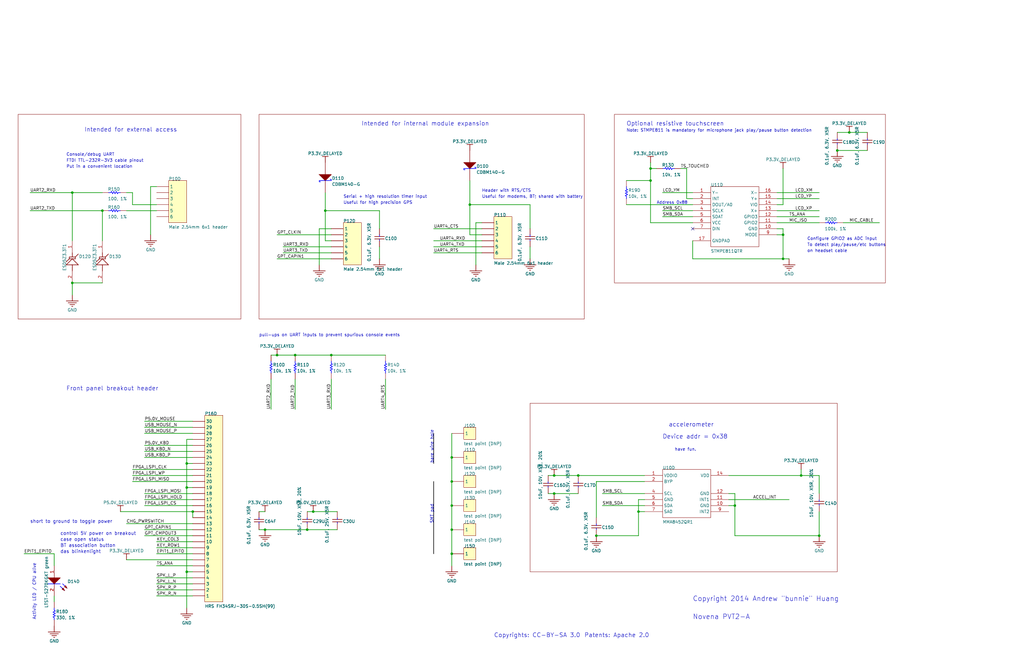
<source format=kicad_sch>
(kicad_sch (version 20230121) (generator eeschema)
  (paper "B")
  (lib_symbols
    (symbol "novena_pvt2_KiCAD-altium-import:16gpio_misc_0_CON1"
      (symbol "16gpio_misc_0_CON1_1_0"
        (pin passive line (at -5.08 -2.54 0) (length 5.08) (name "1") (number "1"))
      )
    )
    (symbol "novena_pvt2_KiCAD-altium-import:16gpio_misc_0_Header 6"
      (symbol "16gpio_misc_0_Header 6_1_0"
        (pin passive line (at -5.08 -2.54 0) (length 5.08) (name "1") (number "1"))
        (pin passive line (at -5.08 -5.08 0) (length 5.08) (name "2") (number "2"))
        (pin passive line (at -5.08 -7.62 0) (length 5.08) (name "3") (number "3"))
        (pin passive line (at -5.08 -10.16 0) (length 5.08) (name "4") (number "4"))
        (pin passive line (at -5.08 -12.7 0) (length 5.08) (name "5") (number "5"))
        (pin passive line (at -5.08 -15.24 0) (length 5.08) (name "6") (number "6"))
      )
    )
    (symbol "novena_pvt2_KiCAD-altium-import:16gpio_misc_0_MMA8452QR1"
      (symbol "16gpio_misc_0_MMA8452QR1_1_0"
        (pin power_in line (at -7.62 0 0) (length 7.62) (name "VDDIO") (number "1"))
        (pin power_in line (at 27.94 -12.7 180) (length 7.62) (name "GND") (number "10"))
        (pin output line (at 27.94 -10.16 180) (length 7.62) (name "INT1") (number "11"))
        (pin power_in line (at 27.94 -7.62 180) (length 7.62) (name "GND") (number "12"))
        (pin power_in line (at 27.94 0 180) (length 7.62) (name "VDD") (number "14"))
        (pin passive line (at -7.62 -2.54 0) (length 7.62) (name "BYP") (number "2"))
        (pin open_collector line (at -7.62 -7.62 0) (length 7.62) (name "SCL") (number "4"))
        (pin power_in line (at -7.62 -10.16 0) (length 7.62) (name "GND") (number "5"))
        (pin open_collector line (at -7.62 -12.7 0) (length 7.62) (name "SDA") (number "6"))
        (pin input line (at -7.62 -15.24 0) (length 7.62) (name "SA0") (number "7"))
        (pin output line (at 27.94 -15.24 180) (length 7.62) (name "INT2") (number "9"))
      )
    )
    (symbol "novena_pvt2_KiCAD-altium-import:16gpio_misc_0_Res1"
      (symbol "16gpio_misc_0_Res1_1_0"
        (pin passive line (at -2.54 -2.54 0) (length 2.54) (name "1") (number "1"))
        (pin passive line (at 7.62 -2.54 180) (length 2.54) (name "2") (number "2"))
      )
    )
    (symbol "novena_pvt2_KiCAD-altium-import:16gpio_misc_0_STMPE610"
      (symbol "16gpio_misc_0_STMPE610_1_0"
        (pin passive line (at -7.62 0 0) (length 7.62) (name "Y-") (number "1"))
        (pin power_in line (at 27.94 -15.24 180) (length 7.62) (name "GND") (number "10"))
        (pin bidirectional line (at 27.94 -12.7 180) (length 7.62) (name "GPIO2") (number "11"))
        (pin bidirectional line (at 27.94 -10.16 180) (length 7.62) (name "GPIO3") (number "12"))
        (pin passive line (at 27.94 -7.62 180) (length 7.62) (name "X+") (number "13"))
        (pin power_in line (at 27.94 -5.08 180) (length 7.62) (name "VIO") (number "14"))
        (pin passive line (at 27.94 -2.54 180) (length 7.62) (name "Y+") (number "15"))
        (pin passive line (at 27.94 0 180) (length 7.62) (name "X-") (number "16"))
        (pin power_in line (at -7.62 -20.32 0) (length 7.62) (name "GNDPAD") (number "17"))
        (pin open_collector line (at -7.62 -2.54 0) (length 7.62) (name "INT") (number "2"))
        (pin bidirectional line (at -7.62 -5.08 0) (length 7.62) (name "DOUT/A0") (number "3"))
        (pin bidirectional line (at -7.62 -7.62 0) (length 7.62) (name "SCLK") (number "4"))
        (pin bidirectional line (at -7.62 -10.16 0) (length 7.62) (name "SDAT") (number "5"))
        (pin power_in line (at -7.62 -12.7 0) (length 7.62) (name "VCC") (number "6"))
        (pin input line (at -7.62 -15.24 0) (length 7.62) (name "DIN") (number "7"))
        (pin input line (at 27.94 -17.78 180) (length 7.62) (name "MODE") (number "9"))
      )
    )
    (symbol "novena_pvt2_KiCAD-altium-import:16gpio_misc_1_Res1"
      (symbol "16gpio_misc_1_Res1_1_0"
        (pin passive line (at 2.54 -2.54 90) (length 2.54) (name "1") (number "1"))
        (pin passive line (at 2.54 7.62 270) (length 2.54) (name "2") (number "2"))
      )
    )
    (symbol "novena_pvt2_KiCAD-altium-import:16gpio_misc_1_Tranzorb"
      (symbol "16gpio_misc_1_Tranzorb_1_0"
        (pin passive line (at 2.54 12.7 270) (length 5.08) (name "K") (number "1"))
        (pin passive line (at 2.54 -5.08 90) (length 5.08) (name "A") (number "2"))
      )
    )
    (symbol "novena_pvt2_KiCAD-altium-import:16gpio_misc_2_Res1"
      (symbol "16gpio_misc_2_Res1_1_0"
        (pin passive line (at 2.54 2.54 180) (length 2.54) (name "1") (number "1"))
        (pin passive line (at -7.62 2.54 0) (length 2.54) (name "2") (number "2"))
      )
    )
    (symbol "novena_pvt2_KiCAD-altium-import:16gpio_misc_2_mirrored_Header 30"
      (symbol "16gpio_misc_2_mirrored_Header 30_1_0"
        (pin passive line (at -5.08 2.54 0) (length 5.08) (name "1") (number "1"))
        (pin passive line (at -5.08 25.4 0) (length 5.08) (name "10") (number "10"))
        (pin passive line (at -5.08 27.94 0) (length 5.08) (name "11") (number "11"))
        (pin passive line (at -5.08 30.48 0) (length 5.08) (name "12") (number "12"))
        (pin passive line (at -5.08 33.02 0) (length 5.08) (name "13") (number "13"))
        (pin passive line (at -5.08 35.56 0) (length 5.08) (name "14") (number "14"))
        (pin passive line (at -5.08 38.1 0) (length 5.08) (name "15") (number "15"))
        (pin passive line (at -5.08 40.64 0) (length 5.08) (name "16") (number "16"))
        (pin passive line (at -5.08 43.18 0) (length 5.08) (name "17") (number "17"))
        (pin passive line (at -5.08 45.72 0) (length 5.08) (name "18") (number "18"))
        (pin passive line (at -5.08 48.26 0) (length 5.08) (name "19") (number "19"))
        (pin passive line (at -5.08 5.08 0) (length 5.08) (name "2") (number "2"))
        (pin passive line (at -5.08 50.8 0) (length 5.08) (name "20") (number "20"))
        (pin passive line (at -5.08 53.34 0) (length 5.08) (name "21") (number "21"))
        (pin passive line (at -5.08 55.88 0) (length 5.08) (name "22") (number "22"))
        (pin passive line (at -5.08 58.42 0) (length 5.08) (name "23") (number "23"))
        (pin passive line (at -5.08 60.96 0) (length 5.08) (name "24") (number "24"))
        (pin passive line (at -5.08 63.5 0) (length 5.08) (name "25") (number "25"))
        (pin passive line (at -5.08 66.04 0) (length 5.08) (name "26") (number "26"))
        (pin passive line (at -5.08 68.58 0) (length 5.08) (name "27") (number "27"))
        (pin passive line (at -5.08 71.12 0) (length 5.08) (name "28") (number "28"))
        (pin passive line (at -5.08 73.66 0) (length 5.08) (name "29") (number "29"))
        (pin passive line (at -5.08 7.62 0) (length 5.08) (name "3") (number "3"))
        (pin passive line (at -5.08 76.2 0) (length 5.08) (name "30") (number "30"))
        (pin passive line (at -5.08 10.16 0) (length 5.08) (name "4") (number "4"))
        (pin passive line (at -5.08 12.7 0) (length 5.08) (name "5") (number "5"))
        (pin passive line (at -5.08 15.24 0) (length 5.08) (name "6") (number "6"))
        (pin passive line (at -5.08 17.78 0) (length 5.08) (name "7") (number "7"))
        (pin passive line (at -5.08 20.32 0) (length 5.08) (name "8") (number "8"))
        (pin passive line (at -5.08 22.86 0) (length 5.08) (name "9") (number "9"))
      )
    )
    (symbol "novena_pvt2_KiCAD-altium-import:16gpio_misc_3_Cap Semi"
      (symbol "16gpio_misc_3_Cap Semi_1_0"
        (pin passive line (at -2.54 2.54 270) (length 2.54) (name "1") (number "1"))
        (pin passive line (at -2.54 -5.08 90) (length 2.54) (name "2") (number "2"))
      )
    )
    (symbol "novena_pvt2_KiCAD-altium-import:16gpio_misc_3_D Schottky"
      (symbol "16gpio_misc_3_D Schottky_1_0"
        (pin passive line (at -2.54 5.08 270) (length 5.08) (name "A") (number "1"))
        (pin passive line (at -2.54 -7.62 90) (length 5.08) (name "K") (number "2"))
      )
    )
    (symbol "novena_pvt2_KiCAD-altium-import:16gpio_misc_3_LED2"
      (symbol "16gpio_misc_3_LED2_1_0"
        (pin passive line (at -2.54 5.08 270) (length 5.08) (name "A") (number "1"))
        (pin passive line (at -2.54 -7.62 90) (length 5.08) (name "K") (number "2"))
      )
    )
    (symbol "novena_pvt2_KiCAD-altium-import:16gpio_misc_3_Res1"
      (symbol "16gpio_misc_3_Res1_1_0"
        (pin passive line (at -2.54 2.54 270) (length 2.54) (name "1") (number "1"))
        (pin passive line (at -2.54 -7.62 90) (length 2.54) (name "2") (number "2"))
      )
    )
    (symbol "novena_pvt2_KiCAD-altium-import:GND" (power)
      (property "Reference" "#PWR" (at 0 0 0))
      (property "Value" "GND" (at 0 6.35 0))
      (symbol "GND_0_0"
        (pin power_in line (at 0 0 0) (length 0) hide (name "GND") (number ""))
      )
    )
    (symbol "novena_pvt2_KiCAD-altium-import:P3.3V_DELAYED" (power)
      (property "Reference" "#PWR" (at 0 0 0))
      (property "Value" "P3.3V_DELAYED" (at 0 3.81 0))
      (symbol "P3.3V_DELAYED_0_0"
        (pin power_in line (at 0 0 0) (length 0) hide (name "P3.3V_DELAYED") (number ""))
      )
    )
    (symbol "novena_pvt2_KiCAD-altium-import:P5.0V_DELAYED" (power)
      (property "Reference" "#PWR" (at 0 0 0))
      (property "Value" "P5.0V_DELAYED" (at 0 3.81 0))
      (symbol "P5.0V_DELAYED_0_0"
        (pin power_in line (at 0 0 0) (length 0) hide (name "P5.0V_DELAYED") (number ""))
      )
    )
  )
  (junction (at 124.46 149.86))
  (junction (at 43.18 88.9))
  (junction (at 330.2 99.06))
  (junction (at 139.7 149.86))
  (junction (at 137.16 88.9))
  (junction (at 78.74 241.3))
  (junction (at 190.5 193.04))
  (junction (at 337.82 200.66))
  (junction (at 198.12 86.36))
  (junction (at 30.48 81.28))
  (junction (at 81.28 215.9))
  (junction (at 274.32 76.2))
  (junction (at 358.14 55.88))
  (junction (at 78.74 205.74))
  (junction (at 190.5 203.2))
  (junction (at 251.46 226.06))
  (junction (at 330.2 109.22))
  (junction (at 190.5 213.36))
  (junction (at 269.24 215.9))
  (junction (at 132.08 215.9))
  (junction (at 30.48 119.38))
  (junction (at 243.84 200.66))
  (junction (at 233.68 200.66))
  (junction (at 353.06 63.5))
  (junction (at 190.5 223.52))
  (junction (at 116.84 149.86))
  (junction (at 78.74 195.58))
  (junction (at 274.32 71.12))
  (junction (at 345.44 226.06))
  (junction (at 309.88 213.36))
  (junction (at 233.68 208.28))
  (junction (at 111.76 223.52))
  (junction (at 190.5 233.68))
  (junction (at 129.54 223.52))
  (no_connect (at 292.1 96.52))
  (wire (pts (xy 160.02 96.52) (xy 160.02 88.9)) (stroke (width 0.254)))
  (wire (pts (xy 55.88 86.36) (xy 55.88 81.28)) (stroke (width 0.254)))
  (wire (pts (xy 269.24 215.9) (xy 269.24 226.06)) (stroke (width 0.254)))
  (wire (pts (xy 43.18 81.28) (xy 30.48 81.28)) (stroke (width 0.254)))
  (wire (pts (xy 223.52 96.52) (xy 223.52 86.36)) (stroke (width 0.254)))
  (wire (pts (xy 254 213.36) (xy 271.78 213.36)) (stroke (width 0.254)))
  (wire (pts (xy 111.76 223.52) (xy 109.22 223.52)) (stroke (width 0.254)))
  (wire (pts (xy 137.16 101.6) (xy 137.16 88.9)) (stroke (width 0.254)))
  (wire (pts (xy 327.66 81.28) (xy 345.44 81.28)) (stroke (width 0.254)))
  (wire (pts (xy 55.88 81.28) (xy 53.34 81.28)) (stroke (width 0.254)))
  (wire (pts (xy 81.28 226.06) (xy 60.96 226.06)) (stroke (width 0.254)))
  (wire (pts (xy 289.56 71.12) (xy 287.02 71.12)) (stroke (width 0.254)))
  (wire (pts (xy 114.3 160.02) (xy 114.3 172.72)) (stroke (width 0.254)))
  (wire (pts (xy 292.1 109.22) (xy 330.2 109.22)) (stroke (width 0.254)))
  (wire (pts (xy 330.2 109.22) (xy 332.74 109.22)) (stroke (width 0.254)))
  (wire (pts (xy 292.1 91.44) (xy 279.4 91.44)) (stroke (width 0.254)))
  (wire (pts (xy 251.46 203.2) (xy 251.46 218.44)) (stroke (width 0.254)))
  (wire (pts (xy 81.28 241.3) (xy 78.74 241.3)) (stroke (width 0.254)))
  (wire (pts (xy 22.86 254) (xy 22.86 251.46)) (stroke (width 0.254)))
  (wire (pts (xy 78.74 205.74) (xy 78.74 241.3)) (stroke (width 0.254)))
  (wire (pts (xy 182.88 96.52) (xy 203.2 96.52)) (stroke (width 0.254)))
  (wire (pts (xy 119.38 104.14) (xy 139.7 104.14)) (stroke (width 0.254)))
  (wire (pts (xy 81.28 195.58) (xy 78.74 195.58)) (stroke (width 0.254)))
  (wire (pts (xy 81.28 218.44) (xy 81.28 215.9)) (stroke (width 0.254)))
  (wire (pts (xy 264.16 76.2) (xy 274.32 76.2)) (stroke (width 0.254)))
  (wire (pts (xy 134.62 111.76) (xy 134.62 96.52)) (stroke (width 0.254)))
  (wire (pts (xy 81.28 190.5) (xy 60.96 190.5)) (stroke (width 0.254)))
  (wire (pts (xy 139.7 109.22) (xy 116.84 109.22)) (stroke (width 0.254)))
  (wire (pts (xy 309.88 226.06) (xy 345.44 226.06)) (stroke (width 0.254)))
  (wire (pts (xy 269.24 226.06) (xy 251.46 226.06)) (stroke (width 0.254)))
  (wire (pts (xy 116.84 99.06) (xy 139.7 99.06)) (stroke (width 0.254)))
  (wire (pts (xy 292.1 88.9) (xy 279.4 88.9)) (stroke (width 0.254)))
  (wire (pts (xy 309.88 208.28) (xy 309.88 213.36)) (stroke (width 0.254)))
  (wire (pts (xy 60.96 210.82) (xy 81.28 210.82)) (stroke (width 0.254)))
  (wire (pts (xy 81.28 198.12) (xy 55.88 198.12)) (stroke (width 0.254)))
  (wire (pts (xy 162.56 160.02) (xy 162.56 172.72)) (stroke (width 0.254)))
  (wire (pts (xy 43.18 101.6) (xy 43.18 88.9)) (stroke (width 0.254)))
  (wire (pts (xy 243.84 208.28) (xy 233.68 208.28)) (stroke (width 0.254)))
  (wire (pts (xy 30.48 124.46) (xy 30.48 119.38)) (stroke (width 0.254)))
  (wire (pts (xy 274.32 71.12) (xy 274.32 68.58)) (stroke (width 0.254)))
  (wire (pts (xy 271.78 203.2) (xy 251.46 203.2)) (stroke (width 0.254)))
  (wire (pts (xy 81.28 187.96) (xy 60.96 187.96)) (stroke (width 0.254)))
  (wire (pts (xy 292.1 93.98) (xy 274.32 93.98)) (stroke (width 0.254)))
  (wire (pts (xy 327.66 99.06) (xy 330.2 99.06)) (stroke (width 0.254)))
  (wire (pts (xy 160.02 88.9) (xy 137.16 88.9)) (stroke (width 0.254)))
  (wire (pts (xy 337.82 200.66) (xy 345.44 200.66)) (stroke (width 0.254)))
  (wire (pts (xy 330.2 96.52) (xy 330.2 99.06)) (stroke (width 0.254)))
  (wire (pts (xy 134.62 96.52) (xy 139.7 96.52)) (stroke (width 0.254)))
  (wire (pts (xy 274.32 76.2) (xy 274.32 71.12)) (stroke (width 0.254)))
  (wire (pts (xy 365.76 63.5) (xy 353.06 63.5)) (stroke (width 0.254)))
  (wire (pts (xy 271.78 210.82) (xy 269.24 210.82)) (stroke (width 0.254)))
  (wire (pts (xy 160.02 109.22) (xy 160.02 104.14)) (stroke (width 0.254)))
  (wire (pts (xy 22.86 233.68) (xy 22.86 238.76)) (stroke (width 0.254)))
  (wire (pts (xy 271.78 215.9) (xy 269.24 215.9)) (stroke (width 0.254)))
  (wire (pts (xy 10.16 233.68) (xy 22.86 233.68)) (stroke (width 0.254)))
  (wire (pts (xy 66.04 246.38) (xy 81.28 246.38)) (stroke (width 0.254)))
  (wire (pts (xy 81.28 177.8) (xy 60.96 177.8)) (stroke (width 0.254)))
  (wire (pts (xy 327.66 83.82) (xy 345.44 83.82)) (stroke (width 0.254)))
  (wire (pts (xy 203.2 93.98) (xy 200.66 93.98)) (stroke (width 0.254)))
  (wire (pts (xy 292.1 83.82) (xy 289.56 83.82)) (stroke (width 0.254)))
  (wire (pts (xy 233.68 200.66) (xy 243.84 200.66)) (stroke (width 0.254)))
  (wire (pts (xy 190.5 233.68) (xy 190.5 238.76)) (stroke (width 0.254)))
  (wire (pts (xy 330.2 86.36) (xy 330.2 71.12)) (stroke (width 0.254)))
  (wire (pts (xy 337.82 200.66) (xy 307.34 200.66)) (stroke (width 0.254)))
  (wire (pts (xy 66.04 78.74) (xy 63.5 78.74)) (stroke (width 0.254)))
  (wire (pts (xy 78.74 185.42) (xy 78.74 195.58)) (stroke (width 0.254)))
  (wire (pts (xy 200.66 93.98) (xy 200.66 111.76)) (stroke (width 0.254)))
  (wire (pts (xy 190.5 223.52) (xy 190.5 233.68)) (stroke (width 0.254)))
  (wire (pts (xy 81.28 231.14) (xy 66.04 231.14)) (stroke (width 0.254)))
  (wire (pts (xy 66.04 86.36) (xy 55.88 86.36)) (stroke (width 0.254)))
  (wire (pts (xy 81.28 182.88) (xy 60.96 182.88)) (stroke (width 0.254)))
  (wire (pts (xy 190.5 193.04) (xy 190.5 203.2)) (stroke (width 0.254)))
  (wire (pts (xy 198.12 76.2) (xy 198.12 86.36)) (stroke (width 0.254)))
  (wire (pts (xy 254 208.28) (xy 271.78 208.28)) (stroke (width 0.254)))
  (wire (pts (xy 129.54 223.52) (xy 111.76 223.52)) (stroke (width 0.254)))
  (wire (pts (xy 292.1 86.36) (xy 264.16 86.36)) (stroke (width 0.254)))
  (wire (pts (xy 66.04 251.46) (xy 81.28 251.46)) (stroke (width 0.254)))
  (wire (pts (xy 231.14 200.66) (xy 233.68 200.66)) (stroke (width 0.254)))
  (wire (pts (xy 30.48 101.6) (xy 30.48 81.28)) (stroke (width 0.254)))
  (wire (pts (xy 66.04 248.92) (xy 81.28 248.92)) (stroke (width 0.254)))
  (wire (pts (xy 109.22 215.9) (xy 111.76 215.9)) (stroke (width 0.254)))
  (wire (pts (xy 124.46 149.86) (xy 139.7 149.86)) (stroke (width 0.254)))
  (wire (pts (xy 190.5 182.88) (xy 190.5 193.04)) (stroke (width 0.254)))
  (wire (pts (xy 337.82 198.12) (xy 337.82 200.66)) (stroke (width 0.254)))
  (wire (pts (xy 81.28 205.74) (xy 78.74 205.74)) (stroke (width 0.254)))
  (wire (pts (xy 119.38 106.68) (xy 139.7 106.68)) (stroke (width 0.254)))
  (wire (pts (xy 81.28 180.34) (xy 60.96 180.34)) (stroke (width 0.254)))
  (wire (pts (xy 53.34 88.9) (xy 66.04 88.9)) (stroke (width 0.254)))
  (wire (pts (xy 327.66 96.52) (xy 330.2 96.52)) (stroke (width 0.254)))
  (wire (pts (xy 355.6 93.98) (xy 370.84 93.98)) (stroke (width 0.254)))
  (wire (pts (xy 78.74 241.3) (xy 78.74 256.54)) (stroke (width 0.254)))
  (wire (pts (xy 81.28 223.52) (xy 60.96 223.52)) (stroke (width 0.254)))
  (wire (pts (xy 330.2 99.06) (xy 330.2 109.22)) (stroke (width 0.254)))
  (wire (pts (xy 327.66 91.44) (xy 345.44 91.44)) (stroke (width 0.254)))
  (wire (pts (xy 81.28 193.04) (xy 60.96 193.04)) (stroke (width 0.254)))
  (wire (pts (xy 81.28 238.76) (xy 66.04 238.76)) (stroke (width 0.254)))
  (wire (pts (xy 190.5 203.2) (xy 190.5 213.36)) (stroke (width 0.254)))
  (wire (pts (xy 223.52 86.36) (xy 198.12 86.36)) (stroke (width 0.254)))
  (wire (pts (xy 307.34 213.36) (xy 309.88 213.36)) (stroke (width 0.254)))
  (wire (pts (xy 30.48 119.38) (xy 43.18 119.38)) (stroke (width 0.254)))
  (wire (pts (xy 43.18 88.9) (xy 12.7 88.9)) (stroke (width 0.254)))
  (wire (pts (xy 60.96 213.36) (xy 81.28 213.36)) (stroke (width 0.254)))
  (wire (pts (xy 81.28 215.9) (xy 50.8 215.9)) (stroke (width 0.254)))
  (wire (pts (xy 124.46 160.02) (xy 124.46 172.72)) (stroke (width 0.254)))
  (wire (pts (xy 182.88 106.68) (xy 203.2 106.68)) (stroke (width 0.254)))
  (wire (pts (xy 358.14 55.88) (xy 365.76 55.88)) (stroke (width 0.254)))
  (wire (pts (xy 345.44 226.06) (xy 345.44 215.9)) (stroke (width 0.254)))
  (wire (pts (xy 55.88 203.2) (xy 81.28 203.2)) (stroke (width 0.254)))
  (wire (pts (xy 129.54 223.52) (xy 142.24 223.52)) (stroke (width 0.254)))
  (wire (pts (xy 289.56 83.82) (xy 289.56 71.12)) (stroke (width 0.254)))
  (wire (pts (xy 327.66 86.36) (xy 330.2 86.36)) (stroke (width 0.254)))
  (wire (pts (xy 63.5 78.74) (xy 63.5 99.06)) (stroke (width 0.254)))
  (wire (pts (xy 60.96 208.28) (xy 81.28 208.28)) (stroke (width 0.254)))
  (wire (pts (xy 292.1 81.28) (xy 279.4 81.28)) (stroke (width 0.254)))
  (wire (pts (xy 233.68 208.28) (xy 231.14 208.28)) (stroke (width 0.254)))
  (wire (pts (xy 243.84 200.66) (xy 271.78 200.66)) (stroke (width 0.254)))
  (wire (pts (xy 182.88 104.14) (xy 203.2 104.14)) (stroke (width 0.254)))
  (wire (pts (xy 137.16 88.9) (xy 137.16 81.28)) (stroke (width 0.254)))
  (wire (pts (xy 307.34 208.28) (xy 309.88 208.28)) (stroke (width 0.254)))
  (wire (pts (xy 139.7 101.6) (xy 137.16 101.6)) (stroke (width 0.254)))
  (wire (pts (xy 223.52 109.22) (xy 223.52 104.14)) (stroke (width 0.254)))
  (wire (pts (xy 198.12 86.36) (xy 198.12 99.06)) (stroke (width 0.254)))
  (wire (pts (xy 309.88 213.36) (xy 309.88 226.06)) (stroke (width 0.254)))
  (wire (pts (xy 30.48 81.28) (xy 12.7 81.28)) (stroke (width 0.254)))
  (wire (pts (xy 81.28 200.66) (xy 55.88 200.66)) (stroke (width 0.254)))
  (wire (pts (xy 276.86 71.12) (xy 274.32 71.12)) (stroke (width 0.254)))
  (wire (pts (xy 327.66 88.9) (xy 345.44 88.9)) (stroke (width 0.254)))
  (wire (pts (xy 66.04 243.84) (xy 81.28 243.84)) (stroke (width 0.254)))
  (wire (pts (xy 274.32 93.98) (xy 274.32 76.2)) (stroke (width 0.254)))
  (wire (pts (xy 78.74 195.58) (xy 78.74 205.74)) (stroke (width 0.254)))
  (wire (pts (xy 307.34 210.82) (xy 332.74 210.82)) (stroke (width 0.254)))
  (wire (pts (xy 53.34 220.98) (xy 81.28 220.98)) (stroke (width 0.254)))
  (wire (pts (xy 129.54 215.9) (xy 132.08 215.9)) (stroke (width 0.254)))
  (wire (pts (xy 345.44 200.66) (xy 345.44 208.28)) (stroke (width 0.254)))
  (wire (pts (xy 116.84 149.86) (xy 124.46 149.86)) (stroke (width 0.254)))
  (wire (pts (xy 139.7 149.86) (xy 162.56 149.86)) (stroke (width 0.254)))
  (wire (pts (xy 114.3 149.86) (xy 116.84 149.86)) (stroke (width 0.254)))
  (wire (pts (xy 198.12 99.06) (xy 203.2 99.06)) (stroke (width 0.254)))
  (wire (pts (xy 292.1 101.6) (xy 292.1 109.22)) (stroke (width 0.254)))
  (wire (pts (xy 345.44 93.98) (xy 327.66 93.98)) (stroke (width 0.254)))
  (wire (pts (xy 269.24 210.82) (xy 269.24 215.9)) (stroke (width 0.254)))
  (wire (pts (xy 81.28 185.42) (xy 78.74 185.42)) (stroke (width 0.254)))
  (wire (pts (xy 203.2 101.6) (xy 182.88 101.6)) (stroke (width 0.254)))
  (wire (pts (xy 66.04 233.68) (xy 81.28 233.68)) (stroke (width 0.254)))
  (wire (pts (xy 190.5 213.36) (xy 190.5 223.52)) (stroke (width 0.254)))
  (wire (pts (xy 139.7 160.02) (xy 139.7 172.72)) (stroke (width 0.254)))
  (wire (pts (xy 53.34 236.22) (xy 81.28 236.22)) (stroke (width 0.254)))
  (wire (pts (xy 132.08 215.9) (xy 142.24 215.9)) (stroke (width 0.254)))
  (wire (pts (xy 353.06 55.88) (xy 358.14 55.88)) (stroke (width 0.254)))
  (wire (pts (xy 81.28 228.6) (xy 66.04 228.6)) (stroke (width 0.254)))
  (rectangle (start 246.38 48.26) (end 109.22 134.62) (stroke (width 0) (color 128 0 0 1)))
  (rectangle (start 101.6 48.26) (end 7.62 134.62) (stroke (width 0) (color 128 0 0 1)))
  (rectangle (start 353.06 170.18) (end 223.52 241.3) (stroke (width 0) (color 128 0 0 1)))
  (polyline (pts (xy 182.88 203.2) (xy 182.88 233.68)) (stroke (width 0.254) (type solid) (color 0 0 0 1)))
  (polyline (pts (xy 182.88 182.88) (xy 182.88 195.58)) (stroke (width 0.254) (type solid) (color 0 0 0 1)))
  (rectangle (start 373.38 48.26) (end 259.08 119.38) (stroke (width 0) (color 128 0 0 1)))
  (text "control 5V power on breakout" (at 25.4 226.06 0) (effects (font (size 1.397 1.397)) (justify left bottom)))
  (text "Console/debug UART" (at 27.94 66.04 0) (effects (font (size 1.27 1.27)) (justify left bottom)))
  (text "bare wire hole" (at 182.88 195.58 90) (effects (font (size 1.27 1.27)) (justify left bottom)))
  (text "Activity LED / CPU alive" (at 15.24 261.62 90) (effects (font (size 1.27 1.27)) (justify left bottom)))
  (text "Useful for high precision GPS" (at 144.78 86.36 0) (effects (font (size 1.27 1.27)) (justify left bottom)))
  (text "FTDI TTL-232R-3V3 cable pinout" (at 27.94 68.58 0) (effects (font (size 1.27 1.27)) (justify left bottom)))
  (text "Novena PVT2-A" (at 292.1 261.62 0) (effects (font (size 2.032 2.032)) (justify left bottom)))
  (text "Serial + high resolution timer input" (at 144.78 83.82 0) (effects (font (size 1.27 1.27)) (justify left bottom)))
  (text "Intended for external access" (at 35.56 55.88 0) (effects (font (size 1.778 1.778)) (justify left bottom)))
  (text "accelerometer" (at 281.94 180.34 0) (effects (font (size 1.778 1.778)) (justify left bottom)))
  (text "have fun." (at 284.48 190.5 0) (effects (font (size 1.27 1.27)) (justify left bottom)))
  (text "Optional resistive touchscreen" (at 264.16 53.34 0) (effects (font (size 1.778 1.778)) (justify left bottom)))
  (text "SMT pad" (at 182.88 220.98 90) (effects (font (size 1.27 1.27)) (justify left bottom)))
  (text "case open status" (at 25.4 228.6 0) (effects (font (size 1.397 1.397)) (justify left bottom)))
  (text "Copyrights: CC-BY-SA 3.0" (at 208.28 269.24 0) (effects (font (size 1.778 1.778)) (justify left bottom)))
  (text "Put in a convenient location" (at 27.94 71.12 0) (effects (font (size 1.27 1.27)) (justify left bottom)))
  (text "Note: STMPE811 is mandatory for microphone jack play/pause button detection" (at 264.16 55.88 0) (effects (font (size 1.27 1.27)) (justify left bottom)))
  (text "Header with RTS/CTS" (at 203.2 81.28 0) (effects (font (size 1.27 1.27)) (justify left bottom)))
  (text "BT association button" (at 25.4 231.14 0) (effects (font (size 1.397 1.397)) (justify left bottom)))
  (text "das blinkenlight" (at 25.4 233.68 0) (effects (font (size 1.397 1.397)) (justify left bottom)))
  (text "Front panel breakout header" (at 27.94 165.1 0) (effects (font (size 1.778 1.778)) (justify left bottom)))
  (text "Patents: Apache 2.0" (at 246.38 269.24 0) (effects (font (size 1.778 1.778)) (justify left bottom)))
  (text "Device addr = 0x38" (at 279.4 185.42 0) (effects (font (size 1.778 1.778)) (justify left bottom)))
  (text "Configure GPIO2 as ADC input" (at 340.36 101.6 0) (effects (font (size 1.27 1.27)) (justify left bottom)))
  (text "on headset cable" (at 340.36 106.68 0) (effects (font (size 1.27 1.27)) (justify left bottom)))
  (text "pull-ups on UART inputs to prevent spurious console events" (at 109.22 142.24 0) (effects (font (size 1.27 1.27)) (justify left bottom)))
  (text "short to ground to toggle power" (at 12.7 220.98 0) (effects (font (size 1.397 1.397)) (justify left bottom)))
  (text "Address 0x88" (at 276.86 86.36 0) (effects (font (size 1.27 1.27)) (justify left bottom)))
  (text "Useful for modems, BT; shared with battery" (at 203.2 83.82 0) (effects (font (size 1.27 1.27)) (justify left bottom)))
  (text "To detect play/pause/etc buttons" (at 340.36 104.14 0) (effects (font (size 1.27 1.27)) (justify left bottom)))
  (text "Copyright 2014 Andrew \"bunnie\" Huang" (at 292.1 254 0) (effects (font (size 2.032 2.032)) (justify left bottom)))
  (text "Intended for internal module expansion" (at 152.4 53.34 0) (effects (font (size 1.778 1.778)) (justify left bottom)))
  (label "KEY_ROW1" (at 66.04 231.14 0))
  (label "UART4_RTS" (at 182.88 106.68 0))
  (label "ACCEL_INT" (at 317.5 210.82 0))
  (label "LCD_YP" (at 335.28 83.82 0))
  (label "USB_KBD_N" (at 60.96 190.5 0))
  (label "UART3_RXD" (at 119.38 104.14 0))
  (label "SPK_R_N" (at 66.04 251.46 0))
  (label "SMB_SDA" (at 279.4 91.44 0))
  (label "TS_ANA" (at 66.04 238.76 0))
  (label "UART2_RXD" (at 12.7 81.28 0))
  (label "FPGA_LSPI_MOSI" (at 60.96 208.28 0))
  (label "TS_ANA" (at 332.74 91.44 0))
  (label "UART3_RXD" (at 139.7 172.72 90))
  (label "FPGA_LSPI_MISO" (at 55.88 203.2 0))
  (label "GPT_CAPIN1" (at 60.96 223.52 0))
  (label "UART2_TXD" (at 12.7 88.9 0))
  (label "SMB_SDA" (at 254 213.36 0))
  (label "GPT_CMPOUT3" (at 60.96 226.06 0))
  (label "LCD_XM" (at 335.28 81.28 0))
  (label "KEY_COL3" (at 66.04 228.6 0))
  (label "USB_MOUSE_P" (at 60.96 182.88 0))
  (label "UART3_TXD" (at 119.38 106.68 0))
  (label "SMB_SCL" (at 254 208.28 0))
  (label "FPGA_LSPI_HOLD" (at 60.96 210.82 0))
  (label "USB_MOUSE_N" (at 60.96 180.34 0))
  (label "CHG_PWRSWITCH" (at 53.34 220.98 0))
  (label "UART4_RXD" (at 185.42 101.6 0))
  (label "GPT_CLKIN" (at 116.84 99.06 0))
  (label "EPIT1_EPITO" (at 66.04 233.68 0))
  (label "UART4_RTS" (at 162.56 172.72 90))
  (label "MIC_CABLE" (at 358.14 93.98 0))
  (label "SPK_L_P" (at 66.04 243.84 0))
  (label "UART4_TXD" (at 185.42 104.14 0))
  (label "EPIT1_EPITO" (at 10.16 233.68 0))
  (label "GPT_CAPIN1" (at 116.84 109.22 0))
  (label "LCD_YM" (at 279.4 81.28 0))
  (label "UART4_CTS" (at 182.88 96.52 0))
  (label "FPGA_LSPI_CLK" (at 55.88 198.12 0))
  (label "SPK_R_P" (at 66.04 248.92 0))
  (label "TS_TOUCHED" (at 287.02 71.12 0))
  (label "USB_KBD_P" (at 60.96 193.04 0))
  (label "SMB_SCL" (at 279.4 88.9 0))
  (label "UART2_RXD" (at 114.3 172.72 90))
  (label "UART2_TXD" (at 124.46 172.72 90))
  (label "FPGA_LSPI_CS" (at 60.96 213.36 0))
  (label "P5.0V_MOUSE" (at 60.96 177.8 0))
  (label "P5.0V_KBD" (at 60.96 187.96 0))
  (label "FPGA_LSPI_WP" (at 55.88 200.66 0))
  (label "SPK_L_N" (at 66.04 246.38 0))
  (label "LCD_XP" (at 335.28 88.9 0))
  (label "MIC_ISO" (at 332.74 93.98 0))
  (symbol (lib_id "novena_pvt2_KiCAD-altium-import:P3.3V_DELAYED") (at 274.32 68.58 180) (unit 1)
    (property "Reference" "#PWR?" (effects hide))
    (property "Value" "P3.3V_DELAYED" (at 274.32 64.77 0))
  )
  (symbol (lib_id "novena_pvt2_KiCAD-altium-import:GND") (at 160.02 109.22 0) (unit 1)
    (property "Reference" "#PWR?" (effects hide))
    (property "Value" "GND" (at 160.02 115.57 0))
  )
  (symbol (lib_id "novena_pvt2_KiCAD-altium-import:16gpio_misc_0_CON1") (at 195.58 180.34 0) (unit 1)
    (property "Reference" "J10D" (at 195.58 180.34 0) (effects (justify left bottom)))
    (property "Value" "test point (DNP)" (at 195.58 187.96 0) (effects (justify left bottom)))
    (property "Footprint" "TP_HOLE" (effects hide))
  )
  (symbol (lib_id "novena_pvt2_KiCAD-altium-import:16gpio_misc_3_Cap Semi") (at 233.68 203.2 0) (unit 1)
    (property "Reference" "C16D" (at 233.426 205.486 0) (effects (justify left bottom)))
    (property "Value" "10uF, 10V, X5R, 20%" (at 228.6 210.82 90) (effects (justify left bottom)))
    (property "Footprint" "CAPC1608N" (effects hide))
    (property "PUBLISHED" "8-Jun-2000" (effects hide))
    (property "LATESTREVISIONDATE" "17-Jul-2002" (effects hide))
    (property "LATESTREVISIONNOTE" "Re-released for DXP Platform." (effects hide))
    (property "PACKAGEREFERENCE" "C1206" (effects hide))
    (property "PUBLISHER" "Altium Limited" (effects hide))
  )
  (symbol (lib_id "novena_pvt2_KiCAD-altium-import:16gpio_misc_3_Cap Semi") (at 144.78 218.44 0) (unit 1)
    (property "Reference" "C30U" (at 144.526 220.726 0) (effects (justify left bottom)))
    (property "Value" "0.1uF, 25V, X5R" (at 137.16 213.36 90) (effects (justify right top)))
    (property "Footprint" "CAPC1005N" (effects hide))
    (property "PUBLISHED" "8-Jun-2000" (effects hide))
    (property "LATESTREVISIONDATE" "17-Jul-2002" (effects hide))
    (property "LATESTREVISIONNOTE" "Re-released for DXP Platform." (effects hide))
    (property "PACKAGEREFERENCE" "C1206" (effects hide))
    (property "PUBLISHER" "Altium Limited" (effects hide))
  )
  (symbol (lib_id "novena_pvt2_KiCAD-altium-import:16gpio_misc_2_mirrored_Header 30") (at 86.36 254 0) (unit 1)
    (property "Reference" "P16D" (at 86.36 175.26 0) (effects (justify left bottom)))
    (property "Value" "HRS FH34SRJ-30S-0.5SH(99)" (at 86.36 256.54 0) (effects (justify left bottom)))
    (property "Footprint" "HRS_FH34SRJ-30S-0.5SH" (effects hide))
    (property "LATESTREVISIONDATE" "17-Jul-2002" (effects hide))
    (property "LATESTREVISIONNOTE" "Re-released for DXP Platform." (effects hide))
    (property "PUBLISHER" "Altium Limited" (effects hide))
  )
  (symbol (lib_id "novena_pvt2_KiCAD-altium-import:P3.3V_DELAYED") (at 198.12 63.5 180) (unit 1)
    (property "Reference" "#PWR?" (effects hide))
    (property "Value" "P3.3V_DELAYED" (at 198.12 59.69 0))
  )
  (symbol (lib_id "novena_pvt2_KiCAD-altium-import:16gpio_misc_1_Tranzorb") (at 27.94 114.3 0) (unit 1)
    (property "Reference" "D12D" (at 33.274 108.966 0) (effects (justify left bottom)))
    (property "Value" "ESD5Z3.3T1" (at 27.94 114.3 90) (effects (justify left bottom)))
    (property "Footprint" "SOD-523" (effects hide))
    (property "PUBLISHED" "24-Mar-1999" (effects hide))
    (property "LATESTREVISIONDATE" "17-Jul-2002" (effects hide))
    (property "LATESTREVISIONNOTE" "Re-released for DXP Platform." (effects hide))
    (property "PACKAGEREFERENCE" "DO-7" (effects hide))
    (property "PUBLISHER" "Altium Limited" (effects hide))
  )
  (symbol (lib_id "novena_pvt2_KiCAD-altium-import:16gpio_misc_0_CON1") (at 195.58 231.14 0) (unit 1)
    (property "Reference" "J15D" (at 195.58 231.14 0) (effects (justify left bottom)))
    (property "Value" "test point (DNP)" (at 195.58 238.76 0) (effects (justify left bottom)))
    (property "Footprint" "TP_SMT_38mil" (effects hide))
  )
  (symbol (lib_id "novena_pvt2_KiCAD-altium-import:16gpio_misc_0_CON1") (at 195.58 190.5 0) (unit 1)
    (property "Reference" "J11D" (at 195.58 190.5 0) (effects (justify left bottom)))
    (property "Value" "test point (DNP)" (at 195.58 198.12 0) (effects (justify left bottom)))
    (property "Footprint" "TP_HOLE" (effects hide))
  )
  (symbol (lib_id "novena_pvt2_KiCAD-altium-import:16gpio_misc_1_Tranzorb") (at 40.64 114.3 0) (unit 1)
    (property "Reference" "D13D" (at 45.974 108.966 0) (effects (justify left bottom)))
    (property "Value" "ESD5Z3.3T1" (at 40.64 114.3 90) (effects (justify left bottom)))
    (property "Footprint" "SOD-523" (effects hide))
    (property "PUBLISHED" "24-Mar-1999" (effects hide))
    (property "LATESTREVISIONDATE" "17-Jul-2002" (effects hide))
    (property "LATESTREVISIONNOTE" "Re-released for DXP Platform." (effects hide))
    (property "PACKAGEREFERENCE" "DO-7" (effects hide))
    (property "PUBLISHER" "Altium Limited" (effects hide))
  )
  (symbol (lib_id "novena_pvt2_KiCAD-altium-import:16gpio_misc_1_Res1") (at 20.32 261.62 0) (unit 1)
    (property "Reference" "R18D" (at 23.622 258.826 0) (effects (justify left bottom)))
    (property "Value" "330, 1%" (at 23.622 261.366 0) (effects (justify left bottom)))
    (property "Footprint" "RESC1005N" (effects hide))
    (property "PUBLISHED" "8-Jun-2000" (effects hide))
    (property "LATESTREVISIONDATE" "17-Jul-2002" (effects hide))
    (property "LATESTREVISIONNOTE" "Re-released for DXP Platform." (effects hide))
    (property "PACKAGEREFERENCE" "AXIAL-0.3" (effects hide))
    (property "PUBLISHER" "Altium Limited" (effects hide))
    (property "ALTIUM_VALUE" "100k" (effects hide))
  )
  (symbol (lib_id "novena_pvt2_KiCAD-altium-import:16gpio_misc_0_Header 6") (at 71.12 76.2 0) (unit 1)
    (property "Reference" "P10D" (at 71.12 76.2 0) (effects (justify left bottom)))
    (property "Value" "Male 2.54mm 6x1 header" (at 71.12 96.52 0) (effects (justify left bottom)))
    (property "Footprint" "HDR1X6" (effects hide))
    (property "LATESTREVISIONDATE" "17-Jul-2002" (effects hide))
    (property "LATESTREVISIONNOTE" "Re-released for DXP Platform." (effects hide))
    (property "PUBLISHER" "Altium Limited" (effects hide))
  )
  (symbol (lib_id "novena_pvt2_KiCAD-altium-import:16gpio_misc_3_Cap Semi") (at 368.3 58.42 0) (unit 1)
    (property "Reference" "C19D" (at 368.046 60.706 0) (effects (justify left bottom)))
    (property "Value" "0.1uF, 6.3V, X5R" (at 360.68 53.34 90) (effects (justify right top)))
    (property "Footprint" "CAPC0603N_B" (effects hide))
    (property "PUBLISHED" "8-Jun-2000" (effects hide))
    (property "LATESTREVISIONDATE" "17-Jul-2002" (effects hide))
    (property "LATESTREVISIONNOTE" "Re-released for DXP Platform." (effects hide))
    (property "PACKAGEREFERENCE" "C1206" (effects hide))
    (property "PUBLISHER" "Altium Limited" (effects hide))
  )
  (symbol (lib_id "novena_pvt2_KiCAD-altium-import:16gpio_misc_3_LED2") (at 25.4 243.84 0) (unit 1)
    (property "Reference" "D14D" (at 28.448 246.126 0) (effects (justify left bottom)))
    (property "Value" "LTST-S270KGKT green" (at 20.32 256.54 90) (effects (justify left bottom)))
    (property "Footprint" "CD1608-0603" (effects hide))
    (property "PUBLISHED" "8-Jun-2000" (effects hide))
    (property "LATESTREVISIONDATE" "17-Jul-2002" (effects hide))
    (property "LATESTREVISIONNOTE" "Re-released for DXP Platform." (effects hide))
    (property "PACKAGEVERSION" "Feb-2002" (effects hide))
    (property "PACKAGEREFERENCE" "3.2X1.6X1.1" (effects hide))
    (property "PUBLISHER" "Altium Limited" (effects hide))
  )
  (symbol (lib_id "novena_pvt2_KiCAD-altium-import:16gpio_misc_3_Cap Semi") (at 162.56 99.06 0) (unit 1)
    (property "Reference" "C10D" (at 162.306 101.346 0) (effects (justify left bottom)))
    (property "Value" "0.1uF, 6.3V, X5R" (at 154.94 93.98 90) (effects (justify right top)))
    (property "Footprint" "CAPC0603N_B" (effects hide))
    (property "PUBLISHED" "8-Jun-2000" (effects hide))
    (property "LATESTREVISIONDATE" "17-Jul-2002" (effects hide))
    (property "LATESTREVISIONNOTE" "Re-released for DXP Platform." (effects hide))
    (property "PACKAGEREFERENCE" "C1206" (effects hide))
    (property "PUBLISHER" "Altium Limited" (effects hide))
  )
  (symbol (lib_id "novena_pvt2_KiCAD-altium-import:16gpio_misc_3_Res1") (at 165.1 152.4 0) (unit 1)
    (property "Reference" "R14D" (at 163.322 154.686 0) (effects (justify left bottom)))
    (property "Value" "10k, 1%" (at 163.322 157.226 0) (effects (justify left bottom)))
    (property "PUBLISHED" "8-Jun-2000" (effects hide))
    (property "LATESTREVISIONDATE" "17-Jul-2002" (effects hide))
    (property "LATESTREVISIONNOTE" "Re-released for DXP Platform." (effects hide))
    (property "PACKAGEREFERENCE" "AXIAL-0.3" (effects hide))
    (property "PUBLISHER" "Altium Limited" (effects hide))
    (property "ALTIUM_VALUE" "100k" (effects hide))
  )
  (symbol (lib_id "novena_pvt2_KiCAD-altium-import:P3.3V_DELAYED") (at 358.14 55.88 180) (unit 1)
    (property "Reference" "#PWR?" (effects hide))
    (property "Value" "P3.3V_DELAYED" (at 358.14 52.07 0))
  )
  (symbol (lib_id "novena_pvt2_KiCAD-altium-import:16gpio_misc_3_Cap Semi") (at 111.76 218.44 0) (unit 1)
    (property "Reference" "C64F" (at 111.506 220.726 0) (effects (justify left bottom)))
    (property "Value" "0.1uF, 6.3V, X5R" (at 104.14 213.36 90) (effects (justify right top)))
    (property "Footprint" "CAPC0603N_B" (effects hide))
    (property "PUBLISHED" "8-Jun-2000" (effects hide))
    (property "LATESTREVISIONDATE" "17-Jul-2002" (effects hide))
    (property "LATESTREVISIONNOTE" "Re-released for DXP Platform." (effects hide))
    (property "PACKAGEREFERENCE" "C1206" (effects hide))
    (property "PUBLISHER" "Altium Limited" (effects hide))
  )
  (symbol (lib_id "novena_pvt2_KiCAD-altium-import:P5.0V_DELAYED") (at 132.08 215.9 180) (unit 1)
    (property "Reference" "#PWR?" (effects hide))
    (property "Value" "P5.0V_DELAYED" (at 132.08 212.09 0))
  )
  (symbol (lib_id "novena_pvt2_KiCAD-altium-import:P3.3V_DELAYED") (at 337.82 198.12 180) (unit 1)
    (property "Reference" "#PWR?" (effects hide))
    (property "Value" "P3.3V_DELAYED" (at 337.82 194.31 0))
  )
  (symbol (lib_id "novena_pvt2_KiCAD-altium-import:16gpio_misc_0_CON1") (at 195.58 200.66 0) (unit 1)
    (property "Reference" "J12D" (at 195.58 200.66 0) (effects (justify left bottom)))
    (property "Value" "test point (DNP)" (at 195.58 208.28 0) (effects (justify left bottom)))
    (property "Footprint" "TP_SMT_38mil" (effects hide))
  )
  (symbol (lib_id "novena_pvt2_KiCAD-altium-import:GND") (at 223.52 109.22 0) (unit 1)
    (property "Reference" "#PWR?" (effects hide))
    (property "Value" "GND" (at 223.52 115.57 0))
  )
  (symbol (lib_id "novena_pvt2_KiCAD-altium-import:GND") (at 63.5 99.06 0) (unit 1)
    (property "Reference" "#PWR?" (effects hide))
    (property "Value" "GND" (at 63.5 105.41 0))
  )
  (symbol (lib_id "novena_pvt2_KiCAD-altium-import:16gpio_misc_3_D Schottky") (at 200.66 68.58 0) (unit 1)
    (property "Reference" "D10D" (at 200.914 70.866 0) (effects (justify left bottom)))
    (property "Value" "CDBM140-G" (at 200.914 73.406 0) (effects (justify left bottom)))
    (property "Footprint" "SOD123" (effects hide))
    (property "PUBLISHED" "8-Jun-2000" (effects hide))
    (property "PUBLISHER" "Altium Limited" (effects hide))
    (property "REVISION" "July-2002: Re-released for DXP Platform." (effects hide))
    (property "CODE - JEDEC" "DO-214-AA" (effects hide))
  )
  (symbol (lib_id "novena_pvt2_KiCAD-altium-import:GND") (at 30.48 124.46 0) (unit 1)
    (property "Reference" "#PWR?" (effects hide))
    (property "Value" "GND" (at 30.48 130.81 0))
  )
  (symbol (lib_id "novena_pvt2_KiCAD-altium-import:GND") (at 134.62 111.76 0) (unit 1)
    (property "Reference" "#PWR?" (effects hide))
    (property "Value" "GND" (at 134.62 118.11 0))
  )
  (symbol (lib_id "novena_pvt2_KiCAD-altium-import:P5.0V_DELAYED") (at 50.8 215.9 180) (unit 1)
    (property "Reference" "#PWR?" (effects hide))
    (property "Value" "P5.0V_DELAYED" (at 50.8 212.09 0))
  )
  (symbol (lib_id "novena_pvt2_KiCAD-altium-import:16gpio_misc_0_MMA8452QR1") (at 279.4 200.66 0) (unit 1)
    (property "Reference" "U10D" (at 279.4 198.12 0) (effects (justify left bottom)))
    (property "Value" "MMA8452QR1" (at 279.4 220.98 0) (effects (justify left bottom)))
    (property "Footprint" "FSC_QFN_3x3x1_16_2077-02" (effects hide))
  )
  (symbol (lib_id "novena_pvt2_KiCAD-altium-import:GND") (at 233.68 208.28 0) (unit 1)
    (property "Reference" "#PWR?" (effects hide))
    (property "Value" "GND" (at 233.68 214.63 0))
  )
  (symbol (lib_id "novena_pvt2_KiCAD-altium-import:16gpio_misc_3_Cap Semi") (at 254 220.98 0) (unit 1)
    (property "Reference" "C15D" (at 253.746 223.266 0) (effects (justify left bottom)))
    (property "Value" "0.1uF, 6.3V, X5R" (at 246.38 215.9 90) (effects (justify right top)))
    (property "Footprint" "CAPC0603N_B" (effects hide))
    (property "PUBLISHED" "8-Jun-2000" (effects hide))
    (property "LATESTREVISIONDATE" "17-Jul-2002" (effects hide))
    (property "LATESTREVISIONNOTE" "Re-released for DXP Platform." (effects hide))
    (property "PACKAGEREFERENCE" "C1206" (effects hide))
    (property "PUBLISHER" "Altium Limited" (effects hide))
  )
  (symbol (lib_id "novena_pvt2_KiCAD-altium-import:16gpio_misc_3_Cap Semi") (at 246.38 203.2 0) (unit 1)
    (property "Reference" "C17D" (at 246.126 205.486 0) (effects (justify left bottom)))
    (property "Value" "0.1uF, 6.3V, X5R" (at 238.76 198.12 90) (effects (justify right top)))
    (property "Footprint" "CAPC0603N_B" (effects hide))
    (property "PUBLISHED" "8-Jun-2000" (effects hide))
    (property "LATESTREVISIONDATE" "17-Jul-2002" (effects hide))
    (property "LATESTREVISIONNOTE" "Re-released for DXP Platform." (effects hide))
    (property "PACKAGEREFERENCE" "C1206" (effects hide))
    (property "PUBLISHER" "Altium Limited" (effects hide))
  )
  (symbol (lib_id "novena_pvt2_KiCAD-altium-import:16gpio_misc_2_Res1") (at 50.8 83.82 0) (unit 1)
    (property "Reference" "R15D" (at 45.466 80.518 0) (effects (justify left bottom)))
    (property "Value" "100, 1%" (at 45.466 84.582 0) (effects (justify left bottom)))
    (property "Footprint" "RESC1005N" (effects hide))
    (property "PUBLISHED" "8-Jun-2000" (effects hide))
    (property "LATESTREVISIONDATE" "17-Jul-2002" (effects hide))
    (property "LATESTREVISIONNOTE" "Re-released for DXP Platform." (effects hide))
    (property "PACKAGEREFERENCE" "AXIAL-0.3" (effects hide))
    (property "PUBLISHER" "Altium Limited" (effects hide))
    (property "ALTIUM_VALUE" "100k" (effects hide))
  )
  (symbol (lib_id "novena_pvt2_KiCAD-altium-import:P3.3V_DELAYED") (at 330.2 71.12 180) (unit 1)
    (property "Reference" "#PWR?" (effects hide))
    (property "Value" "P3.3V_DELAYED" (at 330.2 67.31 0))
  )
  (symbol (lib_id "novena_pvt2_KiCAD-altium-import:GND") (at 345.44 226.06 0) (unit 1)
    (property "Reference" "#PWR?" (effects hide))
    (property "Value" "GND" (at 345.44 232.41 0))
  )
  (symbol (lib_id "novena_pvt2_KiCAD-altium-import:16gpio_misc_0_Header 6") (at 208.28 91.44 0) (unit 1)
    (property "Reference" "P11D" (at 208.28 91.44 0) (effects (justify left bottom)))
    (property "Value" "Male 2.54mm 6x1 header" (at 208.28 111.76 0) (effects (justify left bottom)))
    (property "Footprint" "HDR1X6" (effects hide))
    (property "LATESTREVISIONDATE" "17-Jul-2002" (effects hide))
    (property "LATESTREVISIONNOTE" "Re-released for DXP Platform." (effects hide))
    (property "PUBLISHER" "Altium Limited" (effects hide))
  )
  (symbol (lib_id "novena_pvt2_KiCAD-altium-import:GND") (at 332.74 109.22 0) (unit 1)
    (property "Reference" "#PWR?" (effects hide))
    (property "Value" "GND" (at 332.74 115.57 0))
  )
  (symbol (lib_id "novena_pvt2_KiCAD-altium-import:P3.3V_DELAYED") (at 53.34 236.22 180) (unit 1)
    (property "Reference" "#PWR?" (effects hide))
    (property "Value" "P3.3V_DELAYED" (at 53.34 232.41 0))
  )
  (symbol (lib_id "novena_pvt2_KiCAD-altium-import:16gpio_misc_0_Header 6") (at 144.78 93.98 0) (unit 1)
    (property "Reference" "P12D" (at 144.78 93.98 0) (effects (justify left bottom)))
    (property "Value" "Male 2.54mm 6x1 header" (at 144.78 114.3 0) (effects (justify left bottom)))
    (property "Footprint" "HDR1X6" (effects hide))
    (property "LATESTREVISIONDATE" "17-Jul-2002" (effects hide))
    (property "LATESTREVISIONNOTE" "Re-released for DXP Platform." (effects hide))
    (property "PUBLISHER" "Altium Limited" (effects hide))
  )
  (symbol (lib_id "novena_pvt2_KiCAD-altium-import:16gpio_misc_3_Res1") (at 266.7 78.74 0) (unit 1)
    (property "Reference" "R19D" (at 264.922 81.026 0) (effects (justify left bottom)))
    (property "Value" "10k, 1%" (at 264.922 83.566 0) (effects (justify left bottom)))
    (property "Footprint" "RESC1005N" (effects hide))
    (property "PUBLISHED" "8-Jun-2000" (effects hide))
    (property "LATESTREVISIONDATE" "17-Jul-2002" (effects hide))
    (property "LATESTREVISIONNOTE" "Re-released for DXP Platform." (effects hide))
    (property "PACKAGEREFERENCE" "AXIAL-0.3" (effects hide))
    (property "PUBLISHER" "Altium Limited" (effects hide))
    (property "ALTIUM_VALUE" "100k" (effects hide))
  )
  (symbol (lib_id "novena_pvt2_KiCAD-altium-import:P3.3V_DELAYED") (at 116.84 149.86 180) (unit 1)
    (property "Reference" "#PWR?" (effects hide))
    (property "Value" "P3.3V_DELAYED" (at 116.84 146.05 0))
  )
  (symbol (lib_id "novena_pvt2_KiCAD-altium-import:16gpio_misc_3_Cap Semi") (at 132.08 218.44 0) (unit 1)
    (property "Reference" "C29U" (at 131.826 220.726 0) (effects (justify left bottom)))
    (property "Value" "10uF, 10V, X5R, 20%" (at 127 226.06 90) (effects (justify left bottom)))
    (property "Footprint" "CAPC1608N" (effects hide))
    (property "PUBLISHED" "8-Jun-2000" (effects hide))
    (property "LATESTREVISIONDATE" "17-Jul-2002" (effects hide))
    (property "LATESTREVISIONNOTE" "Re-released for DXP Platform." (effects hide))
    (property "PACKAGEREFERENCE" "C1206" (effects hide))
    (property "PUBLISHER" "Altium Limited" (effects hide))
  )
  (symbol (lib_id "novena_pvt2_KiCAD-altium-import:P3.3V_DELAYED") (at 233.68 200.66 180) (unit 1)
    (property "Reference" "#PWR?" (effects hide))
    (property "Value" "P3.3V_DELAYED" (at 233.68 196.85 0))
  )
  (symbol (lib_id "novena_pvt2_KiCAD-altium-import:GND") (at 111.76 223.52 0) (unit 1)
    (property "Reference" "#PWR?" (effects hide))
    (property "Value" "GND" (at 111.76 229.87 0))
  )
  (symbol (lib_id "novena_pvt2_KiCAD-altium-import:16gpio_misc_2_Res1") (at 50.8 91.44 0) (unit 1)
    (property "Reference" "R16D" (at 45.466 88.138 0) (effects (justify left bottom)))
    (property "Value" "100, 1%" (at 45.466 92.202 0) (effects (justify left bottom)))
    (property "Footprint" "RESC1005N" (effects hide))
    (property "PUBLISHED" "8-Jun-2000" (effects hide))
    (property "LATESTREVISIONDATE" "17-Jul-2002" (effects hide))
    (property "LATESTREVISIONNOTE" "Re-released for DXP Platform." (effects hide))
    (property "PACKAGEREFERENCE" "AXIAL-0.3" (effects hide))
    (property "PUBLISHER" "Altium Limited" (effects hide))
    (property "ALTIUM_VALUE" "100k" (effects hide))
  )
  (symbol (lib_id "novena_pvt2_KiCAD-altium-import:16gpio_misc_0_STMPE610") (at 299.72 81.28 0) (unit 1)
    (property "Reference" "U11D" (at 299.72 78.74 0) (effects (justify left bottom)))
    (property "Value" "STMPE811QTR" (at 299.72 106.68 0) (effects (justify left bottom)))
    (property "Footprint" "QFN50P300X300-16V2N" (effects hide))
  )
  (symbol (lib_id "novena_pvt2_KiCAD-altium-import:16gpio_misc_0_CON1") (at 195.58 220.98 0) (unit 1)
    (property "Reference" "J14D" (at 195.58 220.98 0) (effects (justify left bottom)))
    (property "Value" "test point (DNP)" (at 195.58 228.6 0) (effects (justify left bottom)))
    (property "Footprint" "TP_SMT_38mil" (effects hide))
  )
  (symbol (lib_id "novena_pvt2_KiCAD-altium-import:GND") (at 190.5 238.76 0) (unit 1)
    (property "Reference" "#PWR?" (effects hide))
    (property "Value" "GND" (at 190.5 245.11 0))
  )
  (symbol (lib_id "novena_pvt2_KiCAD-altium-import:16gpio_misc_3_Cap Semi") (at 226.06 99.06 0) (unit 1)
    (property "Reference" "C11D" (at 225.806 101.346 0) (effects (justify left bottom)))
    (property "Value" "0.1uF, 6.3V, X5R" (at 218.44 93.98 90) (effects (justify right top)))
    (property "Footprint" "CAPC0603N_B" (effects hide))
    (property "PUBLISHED" "8-Jun-2000" (effects hide))
    (property "LATESTREVISIONDATE" "17-Jul-2002" (effects hide))
    (property "LATESTREVISIONNOTE" "Re-released for DXP Platform." (effects hide))
    (property "PACKAGEREFERENCE" "C1206" (effects hide))
    (property "PUBLISHER" "Altium Limited" (effects hide))
  )
  (symbol (lib_id "novena_pvt2_KiCAD-altium-import:GND") (at 78.74 256.54 0) (unit 1)
    (property "Reference" "#PWR?" (effects hide))
    (property "Value" "GND" (at 78.74 262.89 0))
  )
  (symbol (lib_id "novena_pvt2_KiCAD-altium-import:16gpio_misc_3_Res1") (at 142.24 152.4 0) (unit 1)
    (property "Reference" "R12D" (at 140.462 154.686 0) (effects (justify left bottom)))
    (property "Value" "10k, 1%" (at 140.462 157.226 0) (effects (justify left bottom)))
    (property "Footprint" "RESC1005N" (effects hide))
    (property "PUBLISHED" "8-Jun-2000" (effects hide))
    (property "LATESTREVISIONDATE" "17-Jul-2002" (effects hide))
    (property "LATESTREVISIONNOTE" "Re-released for DXP Platform." (effects hide))
    (property "PACKAGEREFERENCE" "AXIAL-0.3" (effects hide))
    (property "PUBLISHER" "Altium Limited" (effects hide))
    (property "ALTIUM_VALUE" "100k" (effects hide))
  )
  (symbol (lib_id "novena_pvt2_KiCAD-altium-import:GND") (at 22.86 264.16 0) (unit 1)
    (property "Reference" "#PWR?" (effects hide))
    (property "Value" "GND" (at 22.86 270.51 0))
  )
  (symbol (lib_id "novena_pvt2_KiCAD-altium-import:16gpio_misc_0_Res1") (at 347.98 91.44 0) (unit 1)
    (property "Reference" "R20D" (at 347.726 93.218 0) (effects (justify left bottom)))
    (property "Value" "100k, 1%" (at 347.726 97.282 0) (effects (justify left bottom)))
    (property "Footprint" "RESC1005N" (effects hide))
    (property "PUBLISHED" "8-Jun-2000" (effects hide))
    (property "LATESTREVISIONDATE" "17-Jul-2002" (effects hide))
    (property "LATESTREVISIONNOTE" "Re-released for DXP Platform." (effects hide))
    (property "PACKAGEREFERENCE" "AXIAL-0.3" (effects hide))
    (property "PUBLISHER" "Altium Limited" (effects hide))
    (property "ALTIUM_VALUE" "100k" (effects hide))
  )
  (symbol (lib_id "novena_pvt2_KiCAD-altium-import:16gpio_misc_2_Res1") (at 284.48 73.66 0) (unit 1)
    (property "Reference" "R13D" (at 279.146 70.358 0) (effects (justify left bottom)))
    (property "Value" "10k, 1%" (at 279.146 74.422 0) (effects (justify left bottom)))
    (property "PUBLISHED" "8-Jun-2000" (effects hide))
    (property "LATESTREVISIONDATE" "17-Jul-2002" (effects hide))
    (property "LATESTREVISIONNOTE" "Re-released for DXP Platform." (effects hide))
    (property "PACKAGEREFERENCE" "AXIAL-0.3" (effects hide))
    (property "PUBLISHER" "Altium Limited" (effects hide))
    (property "ALTIUM_VALUE" "100k" (effects hide))
  )
  (symbol (lib_id "novena_pvt2_KiCAD-altium-import:16gpio_misc_3_Cap Semi") (at 347.98 210.82 0) (unit 1)
    (property "Reference" "C14D" (at 347.726 213.106 0) (effects (justify left bottom)))
    (property "Value" "10uF, 10V, X5R, 20%" (at 342.9 218.44 90) (effects (justify left bottom)))
    (property "Footprint" "CAPC1608N" (effects hide))
    (property "PUBLISHED" "8-Jun-2000" (effects hide))
    (property "LATESTREVISIONDATE" "17-Jul-2002" (effects hide))
    (property "LATESTREVISIONNOTE" "Re-released for DXP Platform." (effects hide))
    (property "PACKAGEREFERENCE" "C1206" (effects hide))
    (property "PUBLISHER" "Altium Limited" (effects hide))
  )
  (symbol (lib_id "novena_pvt2_KiCAD-altium-import:P3.3V_DELAYED") (at 137.16 68.58 180) (unit 1)
    (property "Reference" "#PWR?" (effects hide))
    (property "Value" "P3.3V_DELAYED" (at 137.16 64.77 0))
  )
  (symbol (lib_id "novena_pvt2_KiCAD-altium-import:GND") (at 353.06 63.5 0) (unit 1)
    (property "Reference" "#PWR?" (effects hide))
    (property "Value" "GND" (at 353.06 69.85 0))
  )
  (symbol (lib_id "novena_pvt2_KiCAD-altium-import:P3.3V_DELAYED") (at 111.76 215.9 180) (unit 1)
    (property "Reference" "#PWR?" (effects hide))
    (property "Value" "P3.3V_DELAYED" (at 111.76 212.09 0))
  )
  (symbol (lib_id "novena_pvt2_KiCAD-altium-import:16gpio_misc_3_Cap Semi") (at 355.6 58.42 0) (unit 1)
    (property "Reference" "C18D" (at 355.346 60.706 0) (effects (justify left bottom)))
    (property "Value" "0.1uF, 6.3V, X5R" (at 347.98 53.34 90) (effects (justify right top)))
    (property "Footprint" "CAPC0603N_B" (effects hide))
    (property "PUBLISHED" "8-Jun-2000" (effects hide))
    (property "LATESTREVISIONDATE" "17-Jul-2002" (effects hide))
    (property "LATESTREVISIONNOTE" "Re-released for DXP Platform." (effects hide))
    (property "PACKAGEREFERENCE" "C1206" (effects hide))
    (property "PUBLISHER" "Altium Limited" (effects hide))
  )
  (symbol (lib_id "novena_pvt2_KiCAD-altium-import:16gpio_misc_3_Res1") (at 127 152.4 0) (unit 1)
    (property "Reference" "R11D" (at 125.222 154.686 0) (effects (justify left bottom)))
    (property "Value" "10k, 1%" (at 125.222 157.226 0) (effects (justify left bottom)))
    (property "Footprint" "RESC1005N" (effects hide))
    (property "PUBLISHED" "8-Jun-2000" (effects hide))
    (property "LATESTREVISIONDATE" "17-Jul-2002" (effects hide))
    (property "LATESTREVISIONNOTE" "Re-released for DXP Platform." (effects hide))
    (property "PACKAGEREFERENCE" "AXIAL-0.3" (effects hide))
    (property "PUBLISHER" "Altium Limited" (effects hide))
    (property "ALTIUM_VALUE" "100k" (effects hide))
  )
  (symbol (lib_id "novena_pvt2_KiCAD-altium-import:16gpio_misc_3_Res1") (at 116.84 152.4 0) (unit 1)
    (property "Reference" "R10D" (at 115.062 154.686 0) (effects (justify left bottom)))
    (property "Value" "10k, 1%" (at 115.062 157.226 0) (effects (justify left bottom)))
    (property "Footprint" "RESC1005N" (effects hide))
    (property "PUBLISHED" "8-Jun-2000" (effects hide))
    (property "LATESTREVISIONDATE" "17-Jul-2002" (effects hide))
    (property "LATESTREVISIONNOTE" "Re-released for DXP Platform." (effects hide))
    (property "PACKAGEREFERENCE" "AXIAL-0.3" (effects hide))
    (property "PUBLISHER" "Altium Limited" (effects hide))
    (property "ALTIUM_VALUE" "100k" (effects hide))
  )
  (symbol (lib_id "novena_pvt2_KiCAD-altium-import:GND") (at 251.46 226.06 0) (unit 1)
    (property "Reference" "#PWR?" (effects hide))
    (property "Value" "GND" (at 251.46 232.41 0))
  )
  (symbol (lib_id "novena_pvt2_KiCAD-altium-import:16gpio_misc_0_CON1") (at 195.58 210.82 0) (unit 1)
    (property "Reference" "J13D" (at 195.58 210.82 0) (effects (justify left bottom)))
    (property "Value" "test point (DNP)" (at 195.58 218.44 0) (effects (justify left bottom)))
    (property "Footprint" "TP_SMT_38mil" (effects hide))
  )
  (symbol (lib_id "novena_pvt2_KiCAD-altium-import:GND") (at 200.66 111.76 0) (unit 1)
    (property "Reference" "#PWR?" (effects hide))
    (property "Value" "GND" (at 200.66 118.11 0))
  )
  (symbol (lib_id "novena_pvt2_KiCAD-altium-import:16gpio_misc_3_D Schottky") (at 139.7 73.66 0) (unit 1)
    (property "Reference" "D11D" (at 139.954 75.946 0) (effects (justify left bottom)))
    (property "Value" "CDBM140-G" (at 139.954 78.486 0) (effects (justify left bottom)))
    (property "Footprint" "SOD123" (effects hide))
    (property "PUBLISHED" "8-Jun-2000" (effects hide))
    (property "PUBLISHER" "Altium Limited" (effects hide))
    (property "REVISION" "July-2002: Re-released for DXP Platform." (effects hide))
    (property "CODE - JEDEC" "DO-214-AA" (effects hide))
  )
)
</source>
